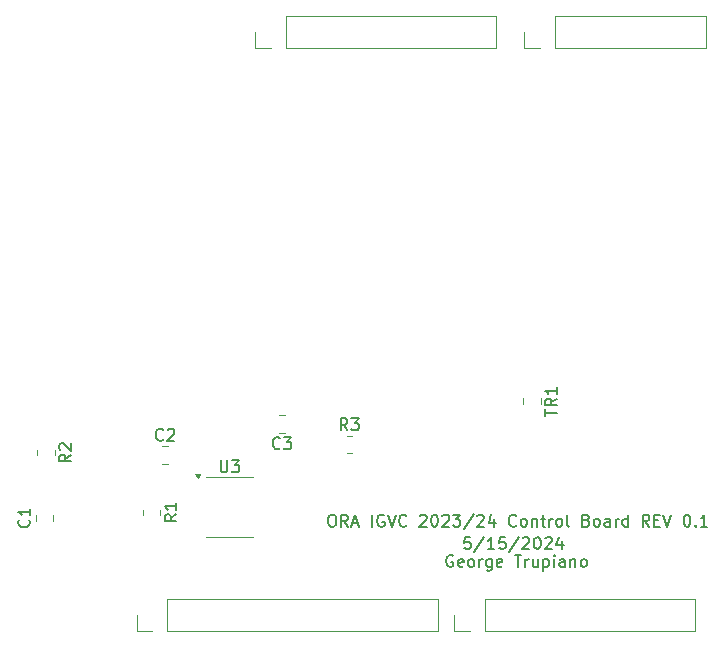
<source format=gbr>
%TF.GenerationSoftware,KiCad,Pcbnew,8.0.2-1*%
%TF.CreationDate,2024-05-15T23:20:04-04:00*%
%TF.ProjectId,ORA_Arduino_ESP_CAN_Shield,4f52415f-4172-4647-9569-6e6f5f455350,rev?*%
%TF.SameCoordinates,Original*%
%TF.FileFunction,Legend,Top*%
%TF.FilePolarity,Positive*%
%FSLAX46Y46*%
G04 Gerber Fmt 4.6, Leading zero omitted, Abs format (unit mm)*
G04 Created by KiCad (PCBNEW 8.0.2-1) date 2024-05-15 23:20:04*
%MOMM*%
%LPD*%
G01*
G04 APERTURE LIST*
%ADD10C,0.150000*%
%ADD11C,0.120000*%
G04 APERTURE END LIST*
D10*
X67135588Y-69657438D02*
X67040350Y-69609819D01*
X67040350Y-69609819D02*
X66897493Y-69609819D01*
X66897493Y-69609819D02*
X66754636Y-69657438D01*
X66754636Y-69657438D02*
X66659398Y-69752676D01*
X66659398Y-69752676D02*
X66611779Y-69847914D01*
X66611779Y-69847914D02*
X66564160Y-70038390D01*
X66564160Y-70038390D02*
X66564160Y-70181247D01*
X66564160Y-70181247D02*
X66611779Y-70371723D01*
X66611779Y-70371723D02*
X66659398Y-70466961D01*
X66659398Y-70466961D02*
X66754636Y-70562200D01*
X66754636Y-70562200D02*
X66897493Y-70609819D01*
X66897493Y-70609819D02*
X66992731Y-70609819D01*
X66992731Y-70609819D02*
X67135588Y-70562200D01*
X67135588Y-70562200D02*
X67183207Y-70514580D01*
X67183207Y-70514580D02*
X67183207Y-70181247D01*
X67183207Y-70181247D02*
X66992731Y-70181247D01*
X67992731Y-70562200D02*
X67897493Y-70609819D01*
X67897493Y-70609819D02*
X67707017Y-70609819D01*
X67707017Y-70609819D02*
X67611779Y-70562200D01*
X67611779Y-70562200D02*
X67564160Y-70466961D01*
X67564160Y-70466961D02*
X67564160Y-70086009D01*
X67564160Y-70086009D02*
X67611779Y-69990771D01*
X67611779Y-69990771D02*
X67707017Y-69943152D01*
X67707017Y-69943152D02*
X67897493Y-69943152D01*
X67897493Y-69943152D02*
X67992731Y-69990771D01*
X67992731Y-69990771D02*
X68040350Y-70086009D01*
X68040350Y-70086009D02*
X68040350Y-70181247D01*
X68040350Y-70181247D02*
X67564160Y-70276485D01*
X68611779Y-70609819D02*
X68516541Y-70562200D01*
X68516541Y-70562200D02*
X68468922Y-70514580D01*
X68468922Y-70514580D02*
X68421303Y-70419342D01*
X68421303Y-70419342D02*
X68421303Y-70133628D01*
X68421303Y-70133628D02*
X68468922Y-70038390D01*
X68468922Y-70038390D02*
X68516541Y-69990771D01*
X68516541Y-69990771D02*
X68611779Y-69943152D01*
X68611779Y-69943152D02*
X68754636Y-69943152D01*
X68754636Y-69943152D02*
X68849874Y-69990771D01*
X68849874Y-69990771D02*
X68897493Y-70038390D01*
X68897493Y-70038390D02*
X68945112Y-70133628D01*
X68945112Y-70133628D02*
X68945112Y-70419342D01*
X68945112Y-70419342D02*
X68897493Y-70514580D01*
X68897493Y-70514580D02*
X68849874Y-70562200D01*
X68849874Y-70562200D02*
X68754636Y-70609819D01*
X68754636Y-70609819D02*
X68611779Y-70609819D01*
X69373684Y-70609819D02*
X69373684Y-69943152D01*
X69373684Y-70133628D02*
X69421303Y-70038390D01*
X69421303Y-70038390D02*
X69468922Y-69990771D01*
X69468922Y-69990771D02*
X69564160Y-69943152D01*
X69564160Y-69943152D02*
X69659398Y-69943152D01*
X70421303Y-69943152D02*
X70421303Y-70752676D01*
X70421303Y-70752676D02*
X70373684Y-70847914D01*
X70373684Y-70847914D02*
X70326065Y-70895533D01*
X70326065Y-70895533D02*
X70230827Y-70943152D01*
X70230827Y-70943152D02*
X70087970Y-70943152D01*
X70087970Y-70943152D02*
X69992732Y-70895533D01*
X70421303Y-70562200D02*
X70326065Y-70609819D01*
X70326065Y-70609819D02*
X70135589Y-70609819D01*
X70135589Y-70609819D02*
X70040351Y-70562200D01*
X70040351Y-70562200D02*
X69992732Y-70514580D01*
X69992732Y-70514580D02*
X69945113Y-70419342D01*
X69945113Y-70419342D02*
X69945113Y-70133628D01*
X69945113Y-70133628D02*
X69992732Y-70038390D01*
X69992732Y-70038390D02*
X70040351Y-69990771D01*
X70040351Y-69990771D02*
X70135589Y-69943152D01*
X70135589Y-69943152D02*
X70326065Y-69943152D01*
X70326065Y-69943152D02*
X70421303Y-69990771D01*
X71278446Y-70562200D02*
X71183208Y-70609819D01*
X71183208Y-70609819D02*
X70992732Y-70609819D01*
X70992732Y-70609819D02*
X70897494Y-70562200D01*
X70897494Y-70562200D02*
X70849875Y-70466961D01*
X70849875Y-70466961D02*
X70849875Y-70086009D01*
X70849875Y-70086009D02*
X70897494Y-69990771D01*
X70897494Y-69990771D02*
X70992732Y-69943152D01*
X70992732Y-69943152D02*
X71183208Y-69943152D01*
X71183208Y-69943152D02*
X71278446Y-69990771D01*
X71278446Y-69990771D02*
X71326065Y-70086009D01*
X71326065Y-70086009D02*
X71326065Y-70181247D01*
X71326065Y-70181247D02*
X70849875Y-70276485D01*
X72373685Y-69609819D02*
X72945113Y-69609819D01*
X72659399Y-70609819D02*
X72659399Y-69609819D01*
X73278447Y-70609819D02*
X73278447Y-69943152D01*
X73278447Y-70133628D02*
X73326066Y-70038390D01*
X73326066Y-70038390D02*
X73373685Y-69990771D01*
X73373685Y-69990771D02*
X73468923Y-69943152D01*
X73468923Y-69943152D02*
X73564161Y-69943152D01*
X74326066Y-69943152D02*
X74326066Y-70609819D01*
X73897495Y-69943152D02*
X73897495Y-70466961D01*
X73897495Y-70466961D02*
X73945114Y-70562200D01*
X73945114Y-70562200D02*
X74040352Y-70609819D01*
X74040352Y-70609819D02*
X74183209Y-70609819D01*
X74183209Y-70609819D02*
X74278447Y-70562200D01*
X74278447Y-70562200D02*
X74326066Y-70514580D01*
X74802257Y-69943152D02*
X74802257Y-70943152D01*
X74802257Y-69990771D02*
X74897495Y-69943152D01*
X74897495Y-69943152D02*
X75087971Y-69943152D01*
X75087971Y-69943152D02*
X75183209Y-69990771D01*
X75183209Y-69990771D02*
X75230828Y-70038390D01*
X75230828Y-70038390D02*
X75278447Y-70133628D01*
X75278447Y-70133628D02*
X75278447Y-70419342D01*
X75278447Y-70419342D02*
X75230828Y-70514580D01*
X75230828Y-70514580D02*
X75183209Y-70562200D01*
X75183209Y-70562200D02*
X75087971Y-70609819D01*
X75087971Y-70609819D02*
X74897495Y-70609819D01*
X74897495Y-70609819D02*
X74802257Y-70562200D01*
X75707019Y-70609819D02*
X75707019Y-69943152D01*
X75707019Y-69609819D02*
X75659400Y-69657438D01*
X75659400Y-69657438D02*
X75707019Y-69705057D01*
X75707019Y-69705057D02*
X75754638Y-69657438D01*
X75754638Y-69657438D02*
X75707019Y-69609819D01*
X75707019Y-69609819D02*
X75707019Y-69705057D01*
X76611780Y-70609819D02*
X76611780Y-70086009D01*
X76611780Y-70086009D02*
X76564161Y-69990771D01*
X76564161Y-69990771D02*
X76468923Y-69943152D01*
X76468923Y-69943152D02*
X76278447Y-69943152D01*
X76278447Y-69943152D02*
X76183209Y-69990771D01*
X76611780Y-70562200D02*
X76516542Y-70609819D01*
X76516542Y-70609819D02*
X76278447Y-70609819D01*
X76278447Y-70609819D02*
X76183209Y-70562200D01*
X76183209Y-70562200D02*
X76135590Y-70466961D01*
X76135590Y-70466961D02*
X76135590Y-70371723D01*
X76135590Y-70371723D02*
X76183209Y-70276485D01*
X76183209Y-70276485D02*
X76278447Y-70228866D01*
X76278447Y-70228866D02*
X76516542Y-70228866D01*
X76516542Y-70228866D02*
X76611780Y-70181247D01*
X77087971Y-69943152D02*
X77087971Y-70609819D01*
X77087971Y-70038390D02*
X77135590Y-69990771D01*
X77135590Y-69990771D02*
X77230828Y-69943152D01*
X77230828Y-69943152D02*
X77373685Y-69943152D01*
X77373685Y-69943152D02*
X77468923Y-69990771D01*
X77468923Y-69990771D02*
X77516542Y-70086009D01*
X77516542Y-70086009D02*
X77516542Y-70609819D01*
X78135590Y-70609819D02*
X78040352Y-70562200D01*
X78040352Y-70562200D02*
X77992733Y-70514580D01*
X77992733Y-70514580D02*
X77945114Y-70419342D01*
X77945114Y-70419342D02*
X77945114Y-70133628D01*
X77945114Y-70133628D02*
X77992733Y-70038390D01*
X77992733Y-70038390D02*
X78040352Y-69990771D01*
X78040352Y-69990771D02*
X78135590Y-69943152D01*
X78135590Y-69943152D02*
X78278447Y-69943152D01*
X78278447Y-69943152D02*
X78373685Y-69990771D01*
X78373685Y-69990771D02*
X78421304Y-70038390D01*
X78421304Y-70038390D02*
X78468923Y-70133628D01*
X78468923Y-70133628D02*
X78468923Y-70419342D01*
X78468923Y-70419342D02*
X78421304Y-70514580D01*
X78421304Y-70514580D02*
X78373685Y-70562200D01*
X78373685Y-70562200D02*
X78278447Y-70609819D01*
X78278447Y-70609819D02*
X78135590Y-70609819D01*
X56822255Y-66189819D02*
X57012731Y-66189819D01*
X57012731Y-66189819D02*
X57107969Y-66237438D01*
X57107969Y-66237438D02*
X57203207Y-66332676D01*
X57203207Y-66332676D02*
X57250826Y-66523152D01*
X57250826Y-66523152D02*
X57250826Y-66856485D01*
X57250826Y-66856485D02*
X57203207Y-67046961D01*
X57203207Y-67046961D02*
X57107969Y-67142200D01*
X57107969Y-67142200D02*
X57012731Y-67189819D01*
X57012731Y-67189819D02*
X56822255Y-67189819D01*
X56822255Y-67189819D02*
X56727017Y-67142200D01*
X56727017Y-67142200D02*
X56631779Y-67046961D01*
X56631779Y-67046961D02*
X56584160Y-66856485D01*
X56584160Y-66856485D02*
X56584160Y-66523152D01*
X56584160Y-66523152D02*
X56631779Y-66332676D01*
X56631779Y-66332676D02*
X56727017Y-66237438D01*
X56727017Y-66237438D02*
X56822255Y-66189819D01*
X58250826Y-67189819D02*
X57917493Y-66713628D01*
X57679398Y-67189819D02*
X57679398Y-66189819D01*
X57679398Y-66189819D02*
X58060350Y-66189819D01*
X58060350Y-66189819D02*
X58155588Y-66237438D01*
X58155588Y-66237438D02*
X58203207Y-66285057D01*
X58203207Y-66285057D02*
X58250826Y-66380295D01*
X58250826Y-66380295D02*
X58250826Y-66523152D01*
X58250826Y-66523152D02*
X58203207Y-66618390D01*
X58203207Y-66618390D02*
X58155588Y-66666009D01*
X58155588Y-66666009D02*
X58060350Y-66713628D01*
X58060350Y-66713628D02*
X57679398Y-66713628D01*
X58631779Y-66904104D02*
X59107969Y-66904104D01*
X58536541Y-67189819D02*
X58869874Y-66189819D01*
X58869874Y-66189819D02*
X59203207Y-67189819D01*
X60298446Y-67189819D02*
X60298446Y-66189819D01*
X61298445Y-66237438D02*
X61203207Y-66189819D01*
X61203207Y-66189819D02*
X61060350Y-66189819D01*
X61060350Y-66189819D02*
X60917493Y-66237438D01*
X60917493Y-66237438D02*
X60822255Y-66332676D01*
X60822255Y-66332676D02*
X60774636Y-66427914D01*
X60774636Y-66427914D02*
X60727017Y-66618390D01*
X60727017Y-66618390D02*
X60727017Y-66761247D01*
X60727017Y-66761247D02*
X60774636Y-66951723D01*
X60774636Y-66951723D02*
X60822255Y-67046961D01*
X60822255Y-67046961D02*
X60917493Y-67142200D01*
X60917493Y-67142200D02*
X61060350Y-67189819D01*
X61060350Y-67189819D02*
X61155588Y-67189819D01*
X61155588Y-67189819D02*
X61298445Y-67142200D01*
X61298445Y-67142200D02*
X61346064Y-67094580D01*
X61346064Y-67094580D02*
X61346064Y-66761247D01*
X61346064Y-66761247D02*
X61155588Y-66761247D01*
X61631779Y-66189819D02*
X61965112Y-67189819D01*
X61965112Y-67189819D02*
X62298445Y-66189819D01*
X63203207Y-67094580D02*
X63155588Y-67142200D01*
X63155588Y-67142200D02*
X63012731Y-67189819D01*
X63012731Y-67189819D02*
X62917493Y-67189819D01*
X62917493Y-67189819D02*
X62774636Y-67142200D01*
X62774636Y-67142200D02*
X62679398Y-67046961D01*
X62679398Y-67046961D02*
X62631779Y-66951723D01*
X62631779Y-66951723D02*
X62584160Y-66761247D01*
X62584160Y-66761247D02*
X62584160Y-66618390D01*
X62584160Y-66618390D02*
X62631779Y-66427914D01*
X62631779Y-66427914D02*
X62679398Y-66332676D01*
X62679398Y-66332676D02*
X62774636Y-66237438D01*
X62774636Y-66237438D02*
X62917493Y-66189819D01*
X62917493Y-66189819D02*
X63012731Y-66189819D01*
X63012731Y-66189819D02*
X63155588Y-66237438D01*
X63155588Y-66237438D02*
X63203207Y-66285057D01*
X64346065Y-66285057D02*
X64393684Y-66237438D01*
X64393684Y-66237438D02*
X64488922Y-66189819D01*
X64488922Y-66189819D02*
X64727017Y-66189819D01*
X64727017Y-66189819D02*
X64822255Y-66237438D01*
X64822255Y-66237438D02*
X64869874Y-66285057D01*
X64869874Y-66285057D02*
X64917493Y-66380295D01*
X64917493Y-66380295D02*
X64917493Y-66475533D01*
X64917493Y-66475533D02*
X64869874Y-66618390D01*
X64869874Y-66618390D02*
X64298446Y-67189819D01*
X64298446Y-67189819D02*
X64917493Y-67189819D01*
X65536541Y-66189819D02*
X65631779Y-66189819D01*
X65631779Y-66189819D02*
X65727017Y-66237438D01*
X65727017Y-66237438D02*
X65774636Y-66285057D01*
X65774636Y-66285057D02*
X65822255Y-66380295D01*
X65822255Y-66380295D02*
X65869874Y-66570771D01*
X65869874Y-66570771D02*
X65869874Y-66808866D01*
X65869874Y-66808866D02*
X65822255Y-66999342D01*
X65822255Y-66999342D02*
X65774636Y-67094580D01*
X65774636Y-67094580D02*
X65727017Y-67142200D01*
X65727017Y-67142200D02*
X65631779Y-67189819D01*
X65631779Y-67189819D02*
X65536541Y-67189819D01*
X65536541Y-67189819D02*
X65441303Y-67142200D01*
X65441303Y-67142200D02*
X65393684Y-67094580D01*
X65393684Y-67094580D02*
X65346065Y-66999342D01*
X65346065Y-66999342D02*
X65298446Y-66808866D01*
X65298446Y-66808866D02*
X65298446Y-66570771D01*
X65298446Y-66570771D02*
X65346065Y-66380295D01*
X65346065Y-66380295D02*
X65393684Y-66285057D01*
X65393684Y-66285057D02*
X65441303Y-66237438D01*
X65441303Y-66237438D02*
X65536541Y-66189819D01*
X66250827Y-66285057D02*
X66298446Y-66237438D01*
X66298446Y-66237438D02*
X66393684Y-66189819D01*
X66393684Y-66189819D02*
X66631779Y-66189819D01*
X66631779Y-66189819D02*
X66727017Y-66237438D01*
X66727017Y-66237438D02*
X66774636Y-66285057D01*
X66774636Y-66285057D02*
X66822255Y-66380295D01*
X66822255Y-66380295D02*
X66822255Y-66475533D01*
X66822255Y-66475533D02*
X66774636Y-66618390D01*
X66774636Y-66618390D02*
X66203208Y-67189819D01*
X66203208Y-67189819D02*
X66822255Y-67189819D01*
X67155589Y-66189819D02*
X67774636Y-66189819D01*
X67774636Y-66189819D02*
X67441303Y-66570771D01*
X67441303Y-66570771D02*
X67584160Y-66570771D01*
X67584160Y-66570771D02*
X67679398Y-66618390D01*
X67679398Y-66618390D02*
X67727017Y-66666009D01*
X67727017Y-66666009D02*
X67774636Y-66761247D01*
X67774636Y-66761247D02*
X67774636Y-66999342D01*
X67774636Y-66999342D02*
X67727017Y-67094580D01*
X67727017Y-67094580D02*
X67679398Y-67142200D01*
X67679398Y-67142200D02*
X67584160Y-67189819D01*
X67584160Y-67189819D02*
X67298446Y-67189819D01*
X67298446Y-67189819D02*
X67203208Y-67142200D01*
X67203208Y-67142200D02*
X67155589Y-67094580D01*
X68917493Y-66142200D02*
X68060351Y-67427914D01*
X69203208Y-66285057D02*
X69250827Y-66237438D01*
X69250827Y-66237438D02*
X69346065Y-66189819D01*
X69346065Y-66189819D02*
X69584160Y-66189819D01*
X69584160Y-66189819D02*
X69679398Y-66237438D01*
X69679398Y-66237438D02*
X69727017Y-66285057D01*
X69727017Y-66285057D02*
X69774636Y-66380295D01*
X69774636Y-66380295D02*
X69774636Y-66475533D01*
X69774636Y-66475533D02*
X69727017Y-66618390D01*
X69727017Y-66618390D02*
X69155589Y-67189819D01*
X69155589Y-67189819D02*
X69774636Y-67189819D01*
X70631779Y-66523152D02*
X70631779Y-67189819D01*
X70393684Y-66142200D02*
X70155589Y-66856485D01*
X70155589Y-66856485D02*
X70774636Y-66856485D01*
X72488922Y-67094580D02*
X72441303Y-67142200D01*
X72441303Y-67142200D02*
X72298446Y-67189819D01*
X72298446Y-67189819D02*
X72203208Y-67189819D01*
X72203208Y-67189819D02*
X72060351Y-67142200D01*
X72060351Y-67142200D02*
X71965113Y-67046961D01*
X71965113Y-67046961D02*
X71917494Y-66951723D01*
X71917494Y-66951723D02*
X71869875Y-66761247D01*
X71869875Y-66761247D02*
X71869875Y-66618390D01*
X71869875Y-66618390D02*
X71917494Y-66427914D01*
X71917494Y-66427914D02*
X71965113Y-66332676D01*
X71965113Y-66332676D02*
X72060351Y-66237438D01*
X72060351Y-66237438D02*
X72203208Y-66189819D01*
X72203208Y-66189819D02*
X72298446Y-66189819D01*
X72298446Y-66189819D02*
X72441303Y-66237438D01*
X72441303Y-66237438D02*
X72488922Y-66285057D01*
X73060351Y-67189819D02*
X72965113Y-67142200D01*
X72965113Y-67142200D02*
X72917494Y-67094580D01*
X72917494Y-67094580D02*
X72869875Y-66999342D01*
X72869875Y-66999342D02*
X72869875Y-66713628D01*
X72869875Y-66713628D02*
X72917494Y-66618390D01*
X72917494Y-66618390D02*
X72965113Y-66570771D01*
X72965113Y-66570771D02*
X73060351Y-66523152D01*
X73060351Y-66523152D02*
X73203208Y-66523152D01*
X73203208Y-66523152D02*
X73298446Y-66570771D01*
X73298446Y-66570771D02*
X73346065Y-66618390D01*
X73346065Y-66618390D02*
X73393684Y-66713628D01*
X73393684Y-66713628D02*
X73393684Y-66999342D01*
X73393684Y-66999342D02*
X73346065Y-67094580D01*
X73346065Y-67094580D02*
X73298446Y-67142200D01*
X73298446Y-67142200D02*
X73203208Y-67189819D01*
X73203208Y-67189819D02*
X73060351Y-67189819D01*
X73822256Y-66523152D02*
X73822256Y-67189819D01*
X73822256Y-66618390D02*
X73869875Y-66570771D01*
X73869875Y-66570771D02*
X73965113Y-66523152D01*
X73965113Y-66523152D02*
X74107970Y-66523152D01*
X74107970Y-66523152D02*
X74203208Y-66570771D01*
X74203208Y-66570771D02*
X74250827Y-66666009D01*
X74250827Y-66666009D02*
X74250827Y-67189819D01*
X74584161Y-66523152D02*
X74965113Y-66523152D01*
X74727018Y-66189819D02*
X74727018Y-67046961D01*
X74727018Y-67046961D02*
X74774637Y-67142200D01*
X74774637Y-67142200D02*
X74869875Y-67189819D01*
X74869875Y-67189819D02*
X74965113Y-67189819D01*
X75298447Y-67189819D02*
X75298447Y-66523152D01*
X75298447Y-66713628D02*
X75346066Y-66618390D01*
X75346066Y-66618390D02*
X75393685Y-66570771D01*
X75393685Y-66570771D02*
X75488923Y-66523152D01*
X75488923Y-66523152D02*
X75584161Y-66523152D01*
X76060352Y-67189819D02*
X75965114Y-67142200D01*
X75965114Y-67142200D02*
X75917495Y-67094580D01*
X75917495Y-67094580D02*
X75869876Y-66999342D01*
X75869876Y-66999342D02*
X75869876Y-66713628D01*
X75869876Y-66713628D02*
X75917495Y-66618390D01*
X75917495Y-66618390D02*
X75965114Y-66570771D01*
X75965114Y-66570771D02*
X76060352Y-66523152D01*
X76060352Y-66523152D02*
X76203209Y-66523152D01*
X76203209Y-66523152D02*
X76298447Y-66570771D01*
X76298447Y-66570771D02*
X76346066Y-66618390D01*
X76346066Y-66618390D02*
X76393685Y-66713628D01*
X76393685Y-66713628D02*
X76393685Y-66999342D01*
X76393685Y-66999342D02*
X76346066Y-67094580D01*
X76346066Y-67094580D02*
X76298447Y-67142200D01*
X76298447Y-67142200D02*
X76203209Y-67189819D01*
X76203209Y-67189819D02*
X76060352Y-67189819D01*
X76965114Y-67189819D02*
X76869876Y-67142200D01*
X76869876Y-67142200D02*
X76822257Y-67046961D01*
X76822257Y-67046961D02*
X76822257Y-66189819D01*
X78441305Y-66666009D02*
X78584162Y-66713628D01*
X78584162Y-66713628D02*
X78631781Y-66761247D01*
X78631781Y-66761247D02*
X78679400Y-66856485D01*
X78679400Y-66856485D02*
X78679400Y-66999342D01*
X78679400Y-66999342D02*
X78631781Y-67094580D01*
X78631781Y-67094580D02*
X78584162Y-67142200D01*
X78584162Y-67142200D02*
X78488924Y-67189819D01*
X78488924Y-67189819D02*
X78107972Y-67189819D01*
X78107972Y-67189819D02*
X78107972Y-66189819D01*
X78107972Y-66189819D02*
X78441305Y-66189819D01*
X78441305Y-66189819D02*
X78536543Y-66237438D01*
X78536543Y-66237438D02*
X78584162Y-66285057D01*
X78584162Y-66285057D02*
X78631781Y-66380295D01*
X78631781Y-66380295D02*
X78631781Y-66475533D01*
X78631781Y-66475533D02*
X78584162Y-66570771D01*
X78584162Y-66570771D02*
X78536543Y-66618390D01*
X78536543Y-66618390D02*
X78441305Y-66666009D01*
X78441305Y-66666009D02*
X78107972Y-66666009D01*
X79250829Y-67189819D02*
X79155591Y-67142200D01*
X79155591Y-67142200D02*
X79107972Y-67094580D01*
X79107972Y-67094580D02*
X79060353Y-66999342D01*
X79060353Y-66999342D02*
X79060353Y-66713628D01*
X79060353Y-66713628D02*
X79107972Y-66618390D01*
X79107972Y-66618390D02*
X79155591Y-66570771D01*
X79155591Y-66570771D02*
X79250829Y-66523152D01*
X79250829Y-66523152D02*
X79393686Y-66523152D01*
X79393686Y-66523152D02*
X79488924Y-66570771D01*
X79488924Y-66570771D02*
X79536543Y-66618390D01*
X79536543Y-66618390D02*
X79584162Y-66713628D01*
X79584162Y-66713628D02*
X79584162Y-66999342D01*
X79584162Y-66999342D02*
X79536543Y-67094580D01*
X79536543Y-67094580D02*
X79488924Y-67142200D01*
X79488924Y-67142200D02*
X79393686Y-67189819D01*
X79393686Y-67189819D02*
X79250829Y-67189819D01*
X80441305Y-67189819D02*
X80441305Y-66666009D01*
X80441305Y-66666009D02*
X80393686Y-66570771D01*
X80393686Y-66570771D02*
X80298448Y-66523152D01*
X80298448Y-66523152D02*
X80107972Y-66523152D01*
X80107972Y-66523152D02*
X80012734Y-66570771D01*
X80441305Y-67142200D02*
X80346067Y-67189819D01*
X80346067Y-67189819D02*
X80107972Y-67189819D01*
X80107972Y-67189819D02*
X80012734Y-67142200D01*
X80012734Y-67142200D02*
X79965115Y-67046961D01*
X79965115Y-67046961D02*
X79965115Y-66951723D01*
X79965115Y-66951723D02*
X80012734Y-66856485D01*
X80012734Y-66856485D02*
X80107972Y-66808866D01*
X80107972Y-66808866D02*
X80346067Y-66808866D01*
X80346067Y-66808866D02*
X80441305Y-66761247D01*
X80917496Y-67189819D02*
X80917496Y-66523152D01*
X80917496Y-66713628D02*
X80965115Y-66618390D01*
X80965115Y-66618390D02*
X81012734Y-66570771D01*
X81012734Y-66570771D02*
X81107972Y-66523152D01*
X81107972Y-66523152D02*
X81203210Y-66523152D01*
X81965115Y-67189819D02*
X81965115Y-66189819D01*
X81965115Y-67142200D02*
X81869877Y-67189819D01*
X81869877Y-67189819D02*
X81679401Y-67189819D01*
X81679401Y-67189819D02*
X81584163Y-67142200D01*
X81584163Y-67142200D02*
X81536544Y-67094580D01*
X81536544Y-67094580D02*
X81488925Y-66999342D01*
X81488925Y-66999342D02*
X81488925Y-66713628D01*
X81488925Y-66713628D02*
X81536544Y-66618390D01*
X81536544Y-66618390D02*
X81584163Y-66570771D01*
X81584163Y-66570771D02*
X81679401Y-66523152D01*
X81679401Y-66523152D02*
X81869877Y-66523152D01*
X81869877Y-66523152D02*
X81965115Y-66570771D01*
X83774639Y-67189819D02*
X83441306Y-66713628D01*
X83203211Y-67189819D02*
X83203211Y-66189819D01*
X83203211Y-66189819D02*
X83584163Y-66189819D01*
X83584163Y-66189819D02*
X83679401Y-66237438D01*
X83679401Y-66237438D02*
X83727020Y-66285057D01*
X83727020Y-66285057D02*
X83774639Y-66380295D01*
X83774639Y-66380295D02*
X83774639Y-66523152D01*
X83774639Y-66523152D02*
X83727020Y-66618390D01*
X83727020Y-66618390D02*
X83679401Y-66666009D01*
X83679401Y-66666009D02*
X83584163Y-66713628D01*
X83584163Y-66713628D02*
X83203211Y-66713628D01*
X84203211Y-66666009D02*
X84536544Y-66666009D01*
X84679401Y-67189819D02*
X84203211Y-67189819D01*
X84203211Y-67189819D02*
X84203211Y-66189819D01*
X84203211Y-66189819D02*
X84679401Y-66189819D01*
X84965116Y-66189819D02*
X85298449Y-67189819D01*
X85298449Y-67189819D02*
X85631782Y-66189819D01*
X86917497Y-66189819D02*
X87012735Y-66189819D01*
X87012735Y-66189819D02*
X87107973Y-66237438D01*
X87107973Y-66237438D02*
X87155592Y-66285057D01*
X87155592Y-66285057D02*
X87203211Y-66380295D01*
X87203211Y-66380295D02*
X87250830Y-66570771D01*
X87250830Y-66570771D02*
X87250830Y-66808866D01*
X87250830Y-66808866D02*
X87203211Y-66999342D01*
X87203211Y-66999342D02*
X87155592Y-67094580D01*
X87155592Y-67094580D02*
X87107973Y-67142200D01*
X87107973Y-67142200D02*
X87012735Y-67189819D01*
X87012735Y-67189819D02*
X86917497Y-67189819D01*
X86917497Y-67189819D02*
X86822259Y-67142200D01*
X86822259Y-67142200D02*
X86774640Y-67094580D01*
X86774640Y-67094580D02*
X86727021Y-66999342D01*
X86727021Y-66999342D02*
X86679402Y-66808866D01*
X86679402Y-66808866D02*
X86679402Y-66570771D01*
X86679402Y-66570771D02*
X86727021Y-66380295D01*
X86727021Y-66380295D02*
X86774640Y-66285057D01*
X86774640Y-66285057D02*
X86822259Y-66237438D01*
X86822259Y-66237438D02*
X86917497Y-66189819D01*
X87679402Y-67094580D02*
X87727021Y-67142200D01*
X87727021Y-67142200D02*
X87679402Y-67189819D01*
X87679402Y-67189819D02*
X87631783Y-67142200D01*
X87631783Y-67142200D02*
X87679402Y-67094580D01*
X87679402Y-67094580D02*
X87679402Y-67189819D01*
X88679401Y-67189819D02*
X88107973Y-67189819D01*
X88393687Y-67189819D02*
X88393687Y-66189819D01*
X88393687Y-66189819D02*
X88298449Y-66332676D01*
X88298449Y-66332676D02*
X88203211Y-66427914D01*
X88203211Y-66427914D02*
X88107973Y-66475533D01*
X68607969Y-68089819D02*
X68131779Y-68089819D01*
X68131779Y-68089819D02*
X68084160Y-68566009D01*
X68084160Y-68566009D02*
X68131779Y-68518390D01*
X68131779Y-68518390D02*
X68227017Y-68470771D01*
X68227017Y-68470771D02*
X68465112Y-68470771D01*
X68465112Y-68470771D02*
X68560350Y-68518390D01*
X68560350Y-68518390D02*
X68607969Y-68566009D01*
X68607969Y-68566009D02*
X68655588Y-68661247D01*
X68655588Y-68661247D02*
X68655588Y-68899342D01*
X68655588Y-68899342D02*
X68607969Y-68994580D01*
X68607969Y-68994580D02*
X68560350Y-69042200D01*
X68560350Y-69042200D02*
X68465112Y-69089819D01*
X68465112Y-69089819D02*
X68227017Y-69089819D01*
X68227017Y-69089819D02*
X68131779Y-69042200D01*
X68131779Y-69042200D02*
X68084160Y-68994580D01*
X69798445Y-68042200D02*
X68941303Y-69327914D01*
X70655588Y-69089819D02*
X70084160Y-69089819D01*
X70369874Y-69089819D02*
X70369874Y-68089819D01*
X70369874Y-68089819D02*
X70274636Y-68232676D01*
X70274636Y-68232676D02*
X70179398Y-68327914D01*
X70179398Y-68327914D02*
X70084160Y-68375533D01*
X71560350Y-68089819D02*
X71084160Y-68089819D01*
X71084160Y-68089819D02*
X71036541Y-68566009D01*
X71036541Y-68566009D02*
X71084160Y-68518390D01*
X71084160Y-68518390D02*
X71179398Y-68470771D01*
X71179398Y-68470771D02*
X71417493Y-68470771D01*
X71417493Y-68470771D02*
X71512731Y-68518390D01*
X71512731Y-68518390D02*
X71560350Y-68566009D01*
X71560350Y-68566009D02*
X71607969Y-68661247D01*
X71607969Y-68661247D02*
X71607969Y-68899342D01*
X71607969Y-68899342D02*
X71560350Y-68994580D01*
X71560350Y-68994580D02*
X71512731Y-69042200D01*
X71512731Y-69042200D02*
X71417493Y-69089819D01*
X71417493Y-69089819D02*
X71179398Y-69089819D01*
X71179398Y-69089819D02*
X71084160Y-69042200D01*
X71084160Y-69042200D02*
X71036541Y-68994580D01*
X72750826Y-68042200D02*
X71893684Y-69327914D01*
X73036541Y-68185057D02*
X73084160Y-68137438D01*
X73084160Y-68137438D02*
X73179398Y-68089819D01*
X73179398Y-68089819D02*
X73417493Y-68089819D01*
X73417493Y-68089819D02*
X73512731Y-68137438D01*
X73512731Y-68137438D02*
X73560350Y-68185057D01*
X73560350Y-68185057D02*
X73607969Y-68280295D01*
X73607969Y-68280295D02*
X73607969Y-68375533D01*
X73607969Y-68375533D02*
X73560350Y-68518390D01*
X73560350Y-68518390D02*
X72988922Y-69089819D01*
X72988922Y-69089819D02*
X73607969Y-69089819D01*
X74227017Y-68089819D02*
X74322255Y-68089819D01*
X74322255Y-68089819D02*
X74417493Y-68137438D01*
X74417493Y-68137438D02*
X74465112Y-68185057D01*
X74465112Y-68185057D02*
X74512731Y-68280295D01*
X74512731Y-68280295D02*
X74560350Y-68470771D01*
X74560350Y-68470771D02*
X74560350Y-68708866D01*
X74560350Y-68708866D02*
X74512731Y-68899342D01*
X74512731Y-68899342D02*
X74465112Y-68994580D01*
X74465112Y-68994580D02*
X74417493Y-69042200D01*
X74417493Y-69042200D02*
X74322255Y-69089819D01*
X74322255Y-69089819D02*
X74227017Y-69089819D01*
X74227017Y-69089819D02*
X74131779Y-69042200D01*
X74131779Y-69042200D02*
X74084160Y-68994580D01*
X74084160Y-68994580D02*
X74036541Y-68899342D01*
X74036541Y-68899342D02*
X73988922Y-68708866D01*
X73988922Y-68708866D02*
X73988922Y-68470771D01*
X73988922Y-68470771D02*
X74036541Y-68280295D01*
X74036541Y-68280295D02*
X74084160Y-68185057D01*
X74084160Y-68185057D02*
X74131779Y-68137438D01*
X74131779Y-68137438D02*
X74227017Y-68089819D01*
X74941303Y-68185057D02*
X74988922Y-68137438D01*
X74988922Y-68137438D02*
X75084160Y-68089819D01*
X75084160Y-68089819D02*
X75322255Y-68089819D01*
X75322255Y-68089819D02*
X75417493Y-68137438D01*
X75417493Y-68137438D02*
X75465112Y-68185057D01*
X75465112Y-68185057D02*
X75512731Y-68280295D01*
X75512731Y-68280295D02*
X75512731Y-68375533D01*
X75512731Y-68375533D02*
X75465112Y-68518390D01*
X75465112Y-68518390D02*
X74893684Y-69089819D01*
X74893684Y-69089819D02*
X75512731Y-69089819D01*
X76369874Y-68423152D02*
X76369874Y-69089819D01*
X76131779Y-68042200D02*
X75893684Y-68756485D01*
X75893684Y-68756485D02*
X76512731Y-68756485D01*
X43719819Y-66146666D02*
X43243628Y-66479999D01*
X43719819Y-66718094D02*
X42719819Y-66718094D01*
X42719819Y-66718094D02*
X42719819Y-66337142D01*
X42719819Y-66337142D02*
X42767438Y-66241904D01*
X42767438Y-66241904D02*
X42815057Y-66194285D01*
X42815057Y-66194285D02*
X42910295Y-66146666D01*
X42910295Y-66146666D02*
X43053152Y-66146666D01*
X43053152Y-66146666D02*
X43148390Y-66194285D01*
X43148390Y-66194285D02*
X43196009Y-66241904D01*
X43196009Y-66241904D02*
X43243628Y-66337142D01*
X43243628Y-66337142D02*
X43243628Y-66718094D01*
X43719819Y-65194285D02*
X43719819Y-65765713D01*
X43719819Y-65479999D02*
X42719819Y-65479999D01*
X42719819Y-65479999D02*
X42862676Y-65575237D01*
X42862676Y-65575237D02*
X42957914Y-65670475D01*
X42957914Y-65670475D02*
X43005533Y-65765713D01*
X74929819Y-57821904D02*
X74929819Y-57250476D01*
X75929819Y-57536190D02*
X74929819Y-57536190D01*
X75929819Y-56345714D02*
X75453628Y-56679047D01*
X75929819Y-56917142D02*
X74929819Y-56917142D01*
X74929819Y-56917142D02*
X74929819Y-56536190D01*
X74929819Y-56536190D02*
X74977438Y-56440952D01*
X74977438Y-56440952D02*
X75025057Y-56393333D01*
X75025057Y-56393333D02*
X75120295Y-56345714D01*
X75120295Y-56345714D02*
X75263152Y-56345714D01*
X75263152Y-56345714D02*
X75358390Y-56393333D01*
X75358390Y-56393333D02*
X75406009Y-56440952D01*
X75406009Y-56440952D02*
X75453628Y-56536190D01*
X75453628Y-56536190D02*
X75453628Y-56917142D01*
X75929819Y-55393333D02*
X75929819Y-55964761D01*
X75929819Y-55679047D02*
X74929819Y-55679047D01*
X74929819Y-55679047D02*
X75072676Y-55774285D01*
X75072676Y-55774285D02*
X75167914Y-55869523D01*
X75167914Y-55869523D02*
X75215533Y-55964761D01*
X42598333Y-59809580D02*
X42550714Y-59857200D01*
X42550714Y-59857200D02*
X42407857Y-59904819D01*
X42407857Y-59904819D02*
X42312619Y-59904819D01*
X42312619Y-59904819D02*
X42169762Y-59857200D01*
X42169762Y-59857200D02*
X42074524Y-59761961D01*
X42074524Y-59761961D02*
X42026905Y-59666723D01*
X42026905Y-59666723D02*
X41979286Y-59476247D01*
X41979286Y-59476247D02*
X41979286Y-59333390D01*
X41979286Y-59333390D02*
X42026905Y-59142914D01*
X42026905Y-59142914D02*
X42074524Y-59047676D01*
X42074524Y-59047676D02*
X42169762Y-58952438D01*
X42169762Y-58952438D02*
X42312619Y-58904819D01*
X42312619Y-58904819D02*
X42407857Y-58904819D01*
X42407857Y-58904819D02*
X42550714Y-58952438D01*
X42550714Y-58952438D02*
X42598333Y-59000057D01*
X42979286Y-59000057D02*
X43026905Y-58952438D01*
X43026905Y-58952438D02*
X43122143Y-58904819D01*
X43122143Y-58904819D02*
X43360238Y-58904819D01*
X43360238Y-58904819D02*
X43455476Y-58952438D01*
X43455476Y-58952438D02*
X43503095Y-59000057D01*
X43503095Y-59000057D02*
X43550714Y-59095295D01*
X43550714Y-59095295D02*
X43550714Y-59190533D01*
X43550714Y-59190533D02*
X43503095Y-59333390D01*
X43503095Y-59333390D02*
X42931667Y-59904819D01*
X42931667Y-59904819D02*
X43550714Y-59904819D01*
X31234580Y-66616666D02*
X31282200Y-66664285D01*
X31282200Y-66664285D02*
X31329819Y-66807142D01*
X31329819Y-66807142D02*
X31329819Y-66902380D01*
X31329819Y-66902380D02*
X31282200Y-67045237D01*
X31282200Y-67045237D02*
X31186961Y-67140475D01*
X31186961Y-67140475D02*
X31091723Y-67188094D01*
X31091723Y-67188094D02*
X30901247Y-67235713D01*
X30901247Y-67235713D02*
X30758390Y-67235713D01*
X30758390Y-67235713D02*
X30567914Y-67188094D01*
X30567914Y-67188094D02*
X30472676Y-67140475D01*
X30472676Y-67140475D02*
X30377438Y-67045237D01*
X30377438Y-67045237D02*
X30329819Y-66902380D01*
X30329819Y-66902380D02*
X30329819Y-66807142D01*
X30329819Y-66807142D02*
X30377438Y-66664285D01*
X30377438Y-66664285D02*
X30425057Y-66616666D01*
X31329819Y-65664285D02*
X31329819Y-66235713D01*
X31329819Y-65949999D02*
X30329819Y-65949999D01*
X30329819Y-65949999D02*
X30472676Y-66045237D01*
X30472676Y-66045237D02*
X30567914Y-66140475D01*
X30567914Y-66140475D02*
X30615533Y-66235713D01*
X58208333Y-59024819D02*
X57875000Y-58548628D01*
X57636905Y-59024819D02*
X57636905Y-58024819D01*
X57636905Y-58024819D02*
X58017857Y-58024819D01*
X58017857Y-58024819D02*
X58113095Y-58072438D01*
X58113095Y-58072438D02*
X58160714Y-58120057D01*
X58160714Y-58120057D02*
X58208333Y-58215295D01*
X58208333Y-58215295D02*
X58208333Y-58358152D01*
X58208333Y-58358152D02*
X58160714Y-58453390D01*
X58160714Y-58453390D02*
X58113095Y-58501009D01*
X58113095Y-58501009D02*
X58017857Y-58548628D01*
X58017857Y-58548628D02*
X57636905Y-58548628D01*
X58541667Y-58024819D02*
X59160714Y-58024819D01*
X59160714Y-58024819D02*
X58827381Y-58405771D01*
X58827381Y-58405771D02*
X58970238Y-58405771D01*
X58970238Y-58405771D02*
X59065476Y-58453390D01*
X59065476Y-58453390D02*
X59113095Y-58501009D01*
X59113095Y-58501009D02*
X59160714Y-58596247D01*
X59160714Y-58596247D02*
X59160714Y-58834342D01*
X59160714Y-58834342D02*
X59113095Y-58929580D01*
X59113095Y-58929580D02*
X59065476Y-58977200D01*
X59065476Y-58977200D02*
X58970238Y-59024819D01*
X58970238Y-59024819D02*
X58684524Y-59024819D01*
X58684524Y-59024819D02*
X58589286Y-58977200D01*
X58589286Y-58977200D02*
X58541667Y-58929580D01*
X52485833Y-60539580D02*
X52438214Y-60587200D01*
X52438214Y-60587200D02*
X52295357Y-60634819D01*
X52295357Y-60634819D02*
X52200119Y-60634819D01*
X52200119Y-60634819D02*
X52057262Y-60587200D01*
X52057262Y-60587200D02*
X51962024Y-60491961D01*
X51962024Y-60491961D02*
X51914405Y-60396723D01*
X51914405Y-60396723D02*
X51866786Y-60206247D01*
X51866786Y-60206247D02*
X51866786Y-60063390D01*
X51866786Y-60063390D02*
X51914405Y-59872914D01*
X51914405Y-59872914D02*
X51962024Y-59777676D01*
X51962024Y-59777676D02*
X52057262Y-59682438D01*
X52057262Y-59682438D02*
X52200119Y-59634819D01*
X52200119Y-59634819D02*
X52295357Y-59634819D01*
X52295357Y-59634819D02*
X52438214Y-59682438D01*
X52438214Y-59682438D02*
X52485833Y-59730057D01*
X52819167Y-59634819D02*
X53438214Y-59634819D01*
X53438214Y-59634819D02*
X53104881Y-60015771D01*
X53104881Y-60015771D02*
X53247738Y-60015771D01*
X53247738Y-60015771D02*
X53342976Y-60063390D01*
X53342976Y-60063390D02*
X53390595Y-60111009D01*
X53390595Y-60111009D02*
X53438214Y-60206247D01*
X53438214Y-60206247D02*
X53438214Y-60444342D01*
X53438214Y-60444342D02*
X53390595Y-60539580D01*
X53390595Y-60539580D02*
X53342976Y-60587200D01*
X53342976Y-60587200D02*
X53247738Y-60634819D01*
X53247738Y-60634819D02*
X52962024Y-60634819D01*
X52962024Y-60634819D02*
X52866786Y-60587200D01*
X52866786Y-60587200D02*
X52819167Y-60539580D01*
X47463095Y-61574819D02*
X47463095Y-62384342D01*
X47463095Y-62384342D02*
X47510714Y-62479580D01*
X47510714Y-62479580D02*
X47558333Y-62527200D01*
X47558333Y-62527200D02*
X47653571Y-62574819D01*
X47653571Y-62574819D02*
X47844047Y-62574819D01*
X47844047Y-62574819D02*
X47939285Y-62527200D01*
X47939285Y-62527200D02*
X47986904Y-62479580D01*
X47986904Y-62479580D02*
X48034523Y-62384342D01*
X48034523Y-62384342D02*
X48034523Y-61574819D01*
X48415476Y-61574819D02*
X49034523Y-61574819D01*
X49034523Y-61574819D02*
X48701190Y-61955771D01*
X48701190Y-61955771D02*
X48844047Y-61955771D01*
X48844047Y-61955771D02*
X48939285Y-62003390D01*
X48939285Y-62003390D02*
X48986904Y-62051009D01*
X48986904Y-62051009D02*
X49034523Y-62146247D01*
X49034523Y-62146247D02*
X49034523Y-62384342D01*
X49034523Y-62384342D02*
X48986904Y-62479580D01*
X48986904Y-62479580D02*
X48939285Y-62527200D01*
X48939285Y-62527200D02*
X48844047Y-62574819D01*
X48844047Y-62574819D02*
X48558333Y-62574819D01*
X48558333Y-62574819D02*
X48463095Y-62527200D01*
X48463095Y-62527200D02*
X48415476Y-62479580D01*
X34799819Y-61096666D02*
X34323628Y-61429999D01*
X34799819Y-61668094D02*
X33799819Y-61668094D01*
X33799819Y-61668094D02*
X33799819Y-61287142D01*
X33799819Y-61287142D02*
X33847438Y-61191904D01*
X33847438Y-61191904D02*
X33895057Y-61144285D01*
X33895057Y-61144285D02*
X33990295Y-61096666D01*
X33990295Y-61096666D02*
X34133152Y-61096666D01*
X34133152Y-61096666D02*
X34228390Y-61144285D01*
X34228390Y-61144285D02*
X34276009Y-61191904D01*
X34276009Y-61191904D02*
X34323628Y-61287142D01*
X34323628Y-61287142D02*
X34323628Y-61668094D01*
X33895057Y-60715713D02*
X33847438Y-60668094D01*
X33847438Y-60668094D02*
X33799819Y-60572856D01*
X33799819Y-60572856D02*
X33799819Y-60334761D01*
X33799819Y-60334761D02*
X33847438Y-60239523D01*
X33847438Y-60239523D02*
X33895057Y-60191904D01*
X33895057Y-60191904D02*
X33990295Y-60144285D01*
X33990295Y-60144285D02*
X34085533Y-60144285D01*
X34085533Y-60144285D02*
X34228390Y-60191904D01*
X34228390Y-60191904D02*
X34799819Y-60763332D01*
X34799819Y-60763332D02*
X34799819Y-60144285D01*
D11*
%TO.C,R1*%
X40880000Y-65752936D02*
X40880000Y-66207064D01*
X42350000Y-65752936D02*
X42350000Y-66207064D01*
%TO.C,TR1*%
X73090000Y-56332936D02*
X73090000Y-56787064D01*
X74560000Y-56332936D02*
X74560000Y-56787064D01*
%TO.C,C2*%
X42503748Y-60395000D02*
X43026252Y-60395000D01*
X42503748Y-61865000D02*
X43026252Y-61865000D01*
%TO.C,Digital_1*%
X40365000Y-76000000D02*
X40365000Y-74670000D01*
X41695000Y-76000000D02*
X40365000Y-76000000D01*
X42965000Y-73340000D02*
X65885000Y-73340000D01*
X42965000Y-76000000D02*
X42965000Y-73340000D01*
X42965000Y-76000000D02*
X65885000Y-76000000D01*
X65885000Y-76000000D02*
X65885000Y-73340000D01*
%TO.C,C1*%
X31820000Y-66711252D02*
X31820000Y-66188748D01*
X33290000Y-66711252D02*
X33290000Y-66188748D01*
%TO.C,Power_1*%
X50385000Y-26650000D02*
X50385000Y-25320000D01*
X51715000Y-26650000D02*
X50385000Y-26650000D01*
X52985000Y-23990000D02*
X70825000Y-23990000D01*
X52985000Y-26650000D02*
X52985000Y-23990000D01*
X52985000Y-26650000D02*
X70825000Y-26650000D01*
X70825000Y-26650000D02*
X70825000Y-23990000D01*
%TO.C,R3*%
X58147936Y-59485000D02*
X58602064Y-59485000D01*
X58147936Y-60955000D02*
X58602064Y-60955000D01*
%TO.C,Analog_1*%
X73165000Y-26630000D02*
X73165000Y-25300000D01*
X74495000Y-26630000D02*
X73165000Y-26630000D01*
X75765000Y-23970000D02*
X88525000Y-23970000D01*
X75765000Y-26630000D02*
X75765000Y-23970000D01*
X75765000Y-26630000D02*
X88525000Y-26630000D01*
X88525000Y-26630000D02*
X88525000Y-23970000D01*
%TO.C,C3*%
X52913752Y-57765000D02*
X52391248Y-57765000D01*
X52913752Y-59235000D02*
X52391248Y-59235000D01*
%TO.C,Digital_2*%
X67215000Y-76020000D02*
X67215000Y-74690000D01*
X68545000Y-76020000D02*
X67215000Y-76020000D01*
X69815000Y-73360000D02*
X87655000Y-73360000D01*
X69815000Y-76020000D02*
X69815000Y-73360000D01*
X69815000Y-76020000D02*
X87655000Y-76020000D01*
X87655000Y-76020000D02*
X87655000Y-73360000D01*
%TO.C,U3*%
X48225000Y-62960000D02*
X46275000Y-62960000D01*
X48225000Y-62960000D02*
X50175000Y-62960000D01*
X48225000Y-68080000D02*
X46275000Y-68080000D01*
X48225000Y-68080000D02*
X50175000Y-68080000D01*
X45525000Y-63055000D02*
X45285000Y-62725000D01*
X45765000Y-62725000D01*
X45525000Y-63055000D01*
G36*
X45525000Y-63055000D02*
G01*
X45285000Y-62725000D01*
X45765000Y-62725000D01*
X45525000Y-63055000D01*
G37*
%TO.C,R2*%
X31960000Y-60702936D02*
X31960000Y-61157064D01*
X33430000Y-60702936D02*
X33430000Y-61157064D01*
%TD*%
M02*

</source>
